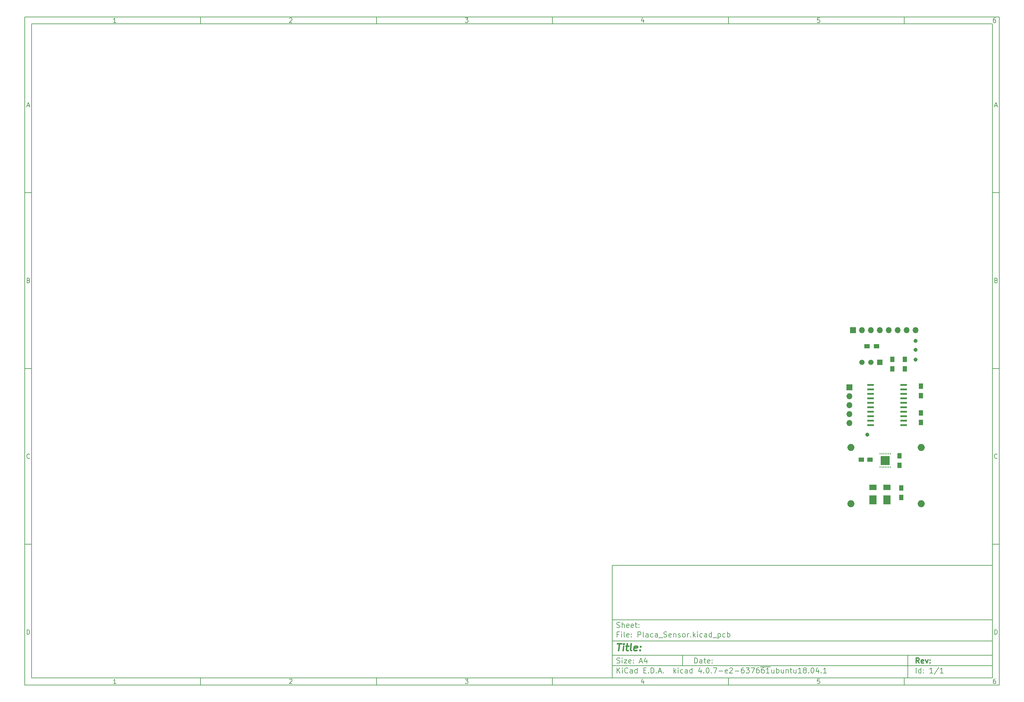
<source format=gbr>
G04 #@! TF.FileFunction,Soldermask,Top*
%FSLAX46Y46*%
G04 Gerber Fmt 4.6, Leading zero omitted, Abs format (unit mm)*
G04 Created by KiCad (PCBNEW 4.0.7-e2-6376~61~ubuntu18.04.1) date Wed Jul 10 20:30:17 2019*
%MOMM*%
%LPD*%
G01*
G04 APERTURE LIST*
%ADD10C,0.100000*%
%ADD11C,0.150000*%
%ADD12C,0.300000*%
%ADD13C,0.400000*%
%ADD14R,1.950000X0.600000*%
%ADD15O,2.000000X2.000000*%
%ADD16R,1.500000X1.250000*%
%ADD17R,2.000000X1.600000*%
%ADD18C,1.520000*%
%ADD19R,1.520000X1.520000*%
%ADD20R,1.700000X1.700000*%
%ADD21O,1.700000X1.700000*%
%ADD22C,1.143000*%
%ADD23R,1.300000X1.500000*%
%ADD24R,0.250000X0.600000*%
%ADD25R,2.600000X2.600000*%
%ADD26R,1.500000X1.300000*%
%ADD27R,2.000000X2.500000*%
G04 APERTURE END LIST*
D10*
D11*
X177002200Y-166007200D02*
X177002200Y-198007200D01*
X285002200Y-198007200D01*
X285002200Y-166007200D01*
X177002200Y-166007200D01*
D10*
D11*
X10000000Y-10000000D02*
X10000000Y-200007200D01*
X287002200Y-200007200D01*
X287002200Y-10000000D01*
X10000000Y-10000000D01*
D10*
D11*
X12000000Y-12000000D02*
X12000000Y-198007200D01*
X285002200Y-198007200D01*
X285002200Y-12000000D01*
X12000000Y-12000000D01*
D10*
D11*
X60000000Y-12000000D02*
X60000000Y-10000000D01*
D10*
D11*
X110000000Y-12000000D02*
X110000000Y-10000000D01*
D10*
D11*
X160000000Y-12000000D02*
X160000000Y-10000000D01*
D10*
D11*
X210000000Y-12000000D02*
X210000000Y-10000000D01*
D10*
D11*
X260000000Y-12000000D02*
X260000000Y-10000000D01*
D10*
D11*
X35990476Y-11588095D02*
X35247619Y-11588095D01*
X35619048Y-11588095D02*
X35619048Y-10288095D01*
X35495238Y-10473810D01*
X35371429Y-10597619D01*
X35247619Y-10659524D01*
D10*
D11*
X85247619Y-10411905D02*
X85309524Y-10350000D01*
X85433333Y-10288095D01*
X85742857Y-10288095D01*
X85866667Y-10350000D01*
X85928571Y-10411905D01*
X85990476Y-10535714D01*
X85990476Y-10659524D01*
X85928571Y-10845238D01*
X85185714Y-11588095D01*
X85990476Y-11588095D01*
D10*
D11*
X135185714Y-10288095D02*
X135990476Y-10288095D01*
X135557143Y-10783333D01*
X135742857Y-10783333D01*
X135866667Y-10845238D01*
X135928571Y-10907143D01*
X135990476Y-11030952D01*
X135990476Y-11340476D01*
X135928571Y-11464286D01*
X135866667Y-11526190D01*
X135742857Y-11588095D01*
X135371429Y-11588095D01*
X135247619Y-11526190D01*
X135185714Y-11464286D01*
D10*
D11*
X185866667Y-10721429D02*
X185866667Y-11588095D01*
X185557143Y-10226190D02*
X185247619Y-11154762D01*
X186052381Y-11154762D01*
D10*
D11*
X235928571Y-10288095D02*
X235309524Y-10288095D01*
X235247619Y-10907143D01*
X235309524Y-10845238D01*
X235433333Y-10783333D01*
X235742857Y-10783333D01*
X235866667Y-10845238D01*
X235928571Y-10907143D01*
X235990476Y-11030952D01*
X235990476Y-11340476D01*
X235928571Y-11464286D01*
X235866667Y-11526190D01*
X235742857Y-11588095D01*
X235433333Y-11588095D01*
X235309524Y-11526190D01*
X235247619Y-11464286D01*
D10*
D11*
X285866667Y-10288095D02*
X285619048Y-10288095D01*
X285495238Y-10350000D01*
X285433333Y-10411905D01*
X285309524Y-10597619D01*
X285247619Y-10845238D01*
X285247619Y-11340476D01*
X285309524Y-11464286D01*
X285371429Y-11526190D01*
X285495238Y-11588095D01*
X285742857Y-11588095D01*
X285866667Y-11526190D01*
X285928571Y-11464286D01*
X285990476Y-11340476D01*
X285990476Y-11030952D01*
X285928571Y-10907143D01*
X285866667Y-10845238D01*
X285742857Y-10783333D01*
X285495238Y-10783333D01*
X285371429Y-10845238D01*
X285309524Y-10907143D01*
X285247619Y-11030952D01*
D10*
D11*
X60000000Y-198007200D02*
X60000000Y-200007200D01*
D10*
D11*
X110000000Y-198007200D02*
X110000000Y-200007200D01*
D10*
D11*
X160000000Y-198007200D02*
X160000000Y-200007200D01*
D10*
D11*
X210000000Y-198007200D02*
X210000000Y-200007200D01*
D10*
D11*
X260000000Y-198007200D02*
X260000000Y-200007200D01*
D10*
D11*
X35990476Y-199595295D02*
X35247619Y-199595295D01*
X35619048Y-199595295D02*
X35619048Y-198295295D01*
X35495238Y-198481010D01*
X35371429Y-198604819D01*
X35247619Y-198666724D01*
D10*
D11*
X85247619Y-198419105D02*
X85309524Y-198357200D01*
X85433333Y-198295295D01*
X85742857Y-198295295D01*
X85866667Y-198357200D01*
X85928571Y-198419105D01*
X85990476Y-198542914D01*
X85990476Y-198666724D01*
X85928571Y-198852438D01*
X85185714Y-199595295D01*
X85990476Y-199595295D01*
D10*
D11*
X135185714Y-198295295D02*
X135990476Y-198295295D01*
X135557143Y-198790533D01*
X135742857Y-198790533D01*
X135866667Y-198852438D01*
X135928571Y-198914343D01*
X135990476Y-199038152D01*
X135990476Y-199347676D01*
X135928571Y-199471486D01*
X135866667Y-199533390D01*
X135742857Y-199595295D01*
X135371429Y-199595295D01*
X135247619Y-199533390D01*
X135185714Y-199471486D01*
D10*
D11*
X185866667Y-198728629D02*
X185866667Y-199595295D01*
X185557143Y-198233390D02*
X185247619Y-199161962D01*
X186052381Y-199161962D01*
D10*
D11*
X235928571Y-198295295D02*
X235309524Y-198295295D01*
X235247619Y-198914343D01*
X235309524Y-198852438D01*
X235433333Y-198790533D01*
X235742857Y-198790533D01*
X235866667Y-198852438D01*
X235928571Y-198914343D01*
X235990476Y-199038152D01*
X235990476Y-199347676D01*
X235928571Y-199471486D01*
X235866667Y-199533390D01*
X235742857Y-199595295D01*
X235433333Y-199595295D01*
X235309524Y-199533390D01*
X235247619Y-199471486D01*
D10*
D11*
X285866667Y-198295295D02*
X285619048Y-198295295D01*
X285495238Y-198357200D01*
X285433333Y-198419105D01*
X285309524Y-198604819D01*
X285247619Y-198852438D01*
X285247619Y-199347676D01*
X285309524Y-199471486D01*
X285371429Y-199533390D01*
X285495238Y-199595295D01*
X285742857Y-199595295D01*
X285866667Y-199533390D01*
X285928571Y-199471486D01*
X285990476Y-199347676D01*
X285990476Y-199038152D01*
X285928571Y-198914343D01*
X285866667Y-198852438D01*
X285742857Y-198790533D01*
X285495238Y-198790533D01*
X285371429Y-198852438D01*
X285309524Y-198914343D01*
X285247619Y-199038152D01*
D10*
D11*
X10000000Y-60000000D02*
X12000000Y-60000000D01*
D10*
D11*
X10000000Y-110000000D02*
X12000000Y-110000000D01*
D10*
D11*
X10000000Y-160000000D02*
X12000000Y-160000000D01*
D10*
D11*
X10690476Y-35216667D02*
X11309524Y-35216667D01*
X10566667Y-35588095D02*
X11000000Y-34288095D01*
X11433333Y-35588095D01*
D10*
D11*
X11092857Y-84907143D02*
X11278571Y-84969048D01*
X11340476Y-85030952D01*
X11402381Y-85154762D01*
X11402381Y-85340476D01*
X11340476Y-85464286D01*
X11278571Y-85526190D01*
X11154762Y-85588095D01*
X10659524Y-85588095D01*
X10659524Y-84288095D01*
X11092857Y-84288095D01*
X11216667Y-84350000D01*
X11278571Y-84411905D01*
X11340476Y-84535714D01*
X11340476Y-84659524D01*
X11278571Y-84783333D01*
X11216667Y-84845238D01*
X11092857Y-84907143D01*
X10659524Y-84907143D01*
D10*
D11*
X11402381Y-135464286D02*
X11340476Y-135526190D01*
X11154762Y-135588095D01*
X11030952Y-135588095D01*
X10845238Y-135526190D01*
X10721429Y-135402381D01*
X10659524Y-135278571D01*
X10597619Y-135030952D01*
X10597619Y-134845238D01*
X10659524Y-134597619D01*
X10721429Y-134473810D01*
X10845238Y-134350000D01*
X11030952Y-134288095D01*
X11154762Y-134288095D01*
X11340476Y-134350000D01*
X11402381Y-134411905D01*
D10*
D11*
X10659524Y-185588095D02*
X10659524Y-184288095D01*
X10969048Y-184288095D01*
X11154762Y-184350000D01*
X11278571Y-184473810D01*
X11340476Y-184597619D01*
X11402381Y-184845238D01*
X11402381Y-185030952D01*
X11340476Y-185278571D01*
X11278571Y-185402381D01*
X11154762Y-185526190D01*
X10969048Y-185588095D01*
X10659524Y-185588095D01*
D10*
D11*
X287002200Y-60000000D02*
X285002200Y-60000000D01*
D10*
D11*
X287002200Y-110000000D02*
X285002200Y-110000000D01*
D10*
D11*
X287002200Y-160000000D02*
X285002200Y-160000000D01*
D10*
D11*
X285692676Y-35216667D02*
X286311724Y-35216667D01*
X285568867Y-35588095D02*
X286002200Y-34288095D01*
X286435533Y-35588095D01*
D10*
D11*
X286095057Y-84907143D02*
X286280771Y-84969048D01*
X286342676Y-85030952D01*
X286404581Y-85154762D01*
X286404581Y-85340476D01*
X286342676Y-85464286D01*
X286280771Y-85526190D01*
X286156962Y-85588095D01*
X285661724Y-85588095D01*
X285661724Y-84288095D01*
X286095057Y-84288095D01*
X286218867Y-84350000D01*
X286280771Y-84411905D01*
X286342676Y-84535714D01*
X286342676Y-84659524D01*
X286280771Y-84783333D01*
X286218867Y-84845238D01*
X286095057Y-84907143D01*
X285661724Y-84907143D01*
D10*
D11*
X286404581Y-135464286D02*
X286342676Y-135526190D01*
X286156962Y-135588095D01*
X286033152Y-135588095D01*
X285847438Y-135526190D01*
X285723629Y-135402381D01*
X285661724Y-135278571D01*
X285599819Y-135030952D01*
X285599819Y-134845238D01*
X285661724Y-134597619D01*
X285723629Y-134473810D01*
X285847438Y-134350000D01*
X286033152Y-134288095D01*
X286156962Y-134288095D01*
X286342676Y-134350000D01*
X286404581Y-134411905D01*
D10*
D11*
X285661724Y-185588095D02*
X285661724Y-184288095D01*
X285971248Y-184288095D01*
X286156962Y-184350000D01*
X286280771Y-184473810D01*
X286342676Y-184597619D01*
X286404581Y-184845238D01*
X286404581Y-185030952D01*
X286342676Y-185278571D01*
X286280771Y-185402381D01*
X286156962Y-185526190D01*
X285971248Y-185588095D01*
X285661724Y-185588095D01*
D10*
D11*
X200359343Y-193785771D02*
X200359343Y-192285771D01*
X200716486Y-192285771D01*
X200930771Y-192357200D01*
X201073629Y-192500057D01*
X201145057Y-192642914D01*
X201216486Y-192928629D01*
X201216486Y-193142914D01*
X201145057Y-193428629D01*
X201073629Y-193571486D01*
X200930771Y-193714343D01*
X200716486Y-193785771D01*
X200359343Y-193785771D01*
X202502200Y-193785771D02*
X202502200Y-193000057D01*
X202430771Y-192857200D01*
X202287914Y-192785771D01*
X202002200Y-192785771D01*
X201859343Y-192857200D01*
X202502200Y-193714343D02*
X202359343Y-193785771D01*
X202002200Y-193785771D01*
X201859343Y-193714343D01*
X201787914Y-193571486D01*
X201787914Y-193428629D01*
X201859343Y-193285771D01*
X202002200Y-193214343D01*
X202359343Y-193214343D01*
X202502200Y-193142914D01*
X203002200Y-192785771D02*
X203573629Y-192785771D01*
X203216486Y-192285771D02*
X203216486Y-193571486D01*
X203287914Y-193714343D01*
X203430772Y-193785771D01*
X203573629Y-193785771D01*
X204645057Y-193714343D02*
X204502200Y-193785771D01*
X204216486Y-193785771D01*
X204073629Y-193714343D01*
X204002200Y-193571486D01*
X204002200Y-193000057D01*
X204073629Y-192857200D01*
X204216486Y-192785771D01*
X204502200Y-192785771D01*
X204645057Y-192857200D01*
X204716486Y-193000057D01*
X204716486Y-193142914D01*
X204002200Y-193285771D01*
X205359343Y-193642914D02*
X205430771Y-193714343D01*
X205359343Y-193785771D01*
X205287914Y-193714343D01*
X205359343Y-193642914D01*
X205359343Y-193785771D01*
X205359343Y-192857200D02*
X205430771Y-192928629D01*
X205359343Y-193000057D01*
X205287914Y-192928629D01*
X205359343Y-192857200D01*
X205359343Y-193000057D01*
D10*
D11*
X177002200Y-194507200D02*
X285002200Y-194507200D01*
D10*
D11*
X178359343Y-196585771D02*
X178359343Y-195085771D01*
X179216486Y-196585771D02*
X178573629Y-195728629D01*
X179216486Y-195085771D02*
X178359343Y-195942914D01*
X179859343Y-196585771D02*
X179859343Y-195585771D01*
X179859343Y-195085771D02*
X179787914Y-195157200D01*
X179859343Y-195228629D01*
X179930771Y-195157200D01*
X179859343Y-195085771D01*
X179859343Y-195228629D01*
X181430772Y-196442914D02*
X181359343Y-196514343D01*
X181145057Y-196585771D01*
X181002200Y-196585771D01*
X180787915Y-196514343D01*
X180645057Y-196371486D01*
X180573629Y-196228629D01*
X180502200Y-195942914D01*
X180502200Y-195728629D01*
X180573629Y-195442914D01*
X180645057Y-195300057D01*
X180787915Y-195157200D01*
X181002200Y-195085771D01*
X181145057Y-195085771D01*
X181359343Y-195157200D01*
X181430772Y-195228629D01*
X182716486Y-196585771D02*
X182716486Y-195800057D01*
X182645057Y-195657200D01*
X182502200Y-195585771D01*
X182216486Y-195585771D01*
X182073629Y-195657200D01*
X182716486Y-196514343D02*
X182573629Y-196585771D01*
X182216486Y-196585771D01*
X182073629Y-196514343D01*
X182002200Y-196371486D01*
X182002200Y-196228629D01*
X182073629Y-196085771D01*
X182216486Y-196014343D01*
X182573629Y-196014343D01*
X182716486Y-195942914D01*
X184073629Y-196585771D02*
X184073629Y-195085771D01*
X184073629Y-196514343D02*
X183930772Y-196585771D01*
X183645058Y-196585771D01*
X183502200Y-196514343D01*
X183430772Y-196442914D01*
X183359343Y-196300057D01*
X183359343Y-195871486D01*
X183430772Y-195728629D01*
X183502200Y-195657200D01*
X183645058Y-195585771D01*
X183930772Y-195585771D01*
X184073629Y-195657200D01*
X185930772Y-195800057D02*
X186430772Y-195800057D01*
X186645058Y-196585771D02*
X185930772Y-196585771D01*
X185930772Y-195085771D01*
X186645058Y-195085771D01*
X187287915Y-196442914D02*
X187359343Y-196514343D01*
X187287915Y-196585771D01*
X187216486Y-196514343D01*
X187287915Y-196442914D01*
X187287915Y-196585771D01*
X188002201Y-196585771D02*
X188002201Y-195085771D01*
X188359344Y-195085771D01*
X188573629Y-195157200D01*
X188716487Y-195300057D01*
X188787915Y-195442914D01*
X188859344Y-195728629D01*
X188859344Y-195942914D01*
X188787915Y-196228629D01*
X188716487Y-196371486D01*
X188573629Y-196514343D01*
X188359344Y-196585771D01*
X188002201Y-196585771D01*
X189502201Y-196442914D02*
X189573629Y-196514343D01*
X189502201Y-196585771D01*
X189430772Y-196514343D01*
X189502201Y-196442914D01*
X189502201Y-196585771D01*
X190145058Y-196157200D02*
X190859344Y-196157200D01*
X190002201Y-196585771D02*
X190502201Y-195085771D01*
X191002201Y-196585771D01*
X191502201Y-196442914D02*
X191573629Y-196514343D01*
X191502201Y-196585771D01*
X191430772Y-196514343D01*
X191502201Y-196442914D01*
X191502201Y-196585771D01*
X194502201Y-196585771D02*
X194502201Y-195085771D01*
X194645058Y-196014343D02*
X195073629Y-196585771D01*
X195073629Y-195585771D02*
X194502201Y-196157200D01*
X195716487Y-196585771D02*
X195716487Y-195585771D01*
X195716487Y-195085771D02*
X195645058Y-195157200D01*
X195716487Y-195228629D01*
X195787915Y-195157200D01*
X195716487Y-195085771D01*
X195716487Y-195228629D01*
X197073630Y-196514343D02*
X196930773Y-196585771D01*
X196645059Y-196585771D01*
X196502201Y-196514343D01*
X196430773Y-196442914D01*
X196359344Y-196300057D01*
X196359344Y-195871486D01*
X196430773Y-195728629D01*
X196502201Y-195657200D01*
X196645059Y-195585771D01*
X196930773Y-195585771D01*
X197073630Y-195657200D01*
X198359344Y-196585771D02*
X198359344Y-195800057D01*
X198287915Y-195657200D01*
X198145058Y-195585771D01*
X197859344Y-195585771D01*
X197716487Y-195657200D01*
X198359344Y-196514343D02*
X198216487Y-196585771D01*
X197859344Y-196585771D01*
X197716487Y-196514343D01*
X197645058Y-196371486D01*
X197645058Y-196228629D01*
X197716487Y-196085771D01*
X197859344Y-196014343D01*
X198216487Y-196014343D01*
X198359344Y-195942914D01*
X199716487Y-196585771D02*
X199716487Y-195085771D01*
X199716487Y-196514343D02*
X199573630Y-196585771D01*
X199287916Y-196585771D01*
X199145058Y-196514343D01*
X199073630Y-196442914D01*
X199002201Y-196300057D01*
X199002201Y-195871486D01*
X199073630Y-195728629D01*
X199145058Y-195657200D01*
X199287916Y-195585771D01*
X199573630Y-195585771D01*
X199716487Y-195657200D01*
X202216487Y-195585771D02*
X202216487Y-196585771D01*
X201859344Y-195014343D02*
X201502201Y-196085771D01*
X202430773Y-196085771D01*
X203002201Y-196442914D02*
X203073629Y-196514343D01*
X203002201Y-196585771D01*
X202930772Y-196514343D01*
X203002201Y-196442914D01*
X203002201Y-196585771D01*
X204002201Y-195085771D02*
X204145058Y-195085771D01*
X204287915Y-195157200D01*
X204359344Y-195228629D01*
X204430773Y-195371486D01*
X204502201Y-195657200D01*
X204502201Y-196014343D01*
X204430773Y-196300057D01*
X204359344Y-196442914D01*
X204287915Y-196514343D01*
X204145058Y-196585771D01*
X204002201Y-196585771D01*
X203859344Y-196514343D01*
X203787915Y-196442914D01*
X203716487Y-196300057D01*
X203645058Y-196014343D01*
X203645058Y-195657200D01*
X203716487Y-195371486D01*
X203787915Y-195228629D01*
X203859344Y-195157200D01*
X204002201Y-195085771D01*
X205145058Y-196442914D02*
X205216486Y-196514343D01*
X205145058Y-196585771D01*
X205073629Y-196514343D01*
X205145058Y-196442914D01*
X205145058Y-196585771D01*
X205716487Y-195085771D02*
X206716487Y-195085771D01*
X206073630Y-196585771D01*
X207287915Y-196014343D02*
X208430772Y-196014343D01*
X209716486Y-196514343D02*
X209573629Y-196585771D01*
X209287915Y-196585771D01*
X209145058Y-196514343D01*
X209073629Y-196371486D01*
X209073629Y-195800057D01*
X209145058Y-195657200D01*
X209287915Y-195585771D01*
X209573629Y-195585771D01*
X209716486Y-195657200D01*
X209787915Y-195800057D01*
X209787915Y-195942914D01*
X209073629Y-196085771D01*
X210359343Y-195228629D02*
X210430772Y-195157200D01*
X210573629Y-195085771D01*
X210930772Y-195085771D01*
X211073629Y-195157200D01*
X211145058Y-195228629D01*
X211216486Y-195371486D01*
X211216486Y-195514343D01*
X211145058Y-195728629D01*
X210287915Y-196585771D01*
X211216486Y-196585771D01*
X211859343Y-196014343D02*
X213002200Y-196014343D01*
X214359343Y-195085771D02*
X214073629Y-195085771D01*
X213930772Y-195157200D01*
X213859343Y-195228629D01*
X213716486Y-195442914D01*
X213645057Y-195728629D01*
X213645057Y-196300057D01*
X213716486Y-196442914D01*
X213787914Y-196514343D01*
X213930772Y-196585771D01*
X214216486Y-196585771D01*
X214359343Y-196514343D01*
X214430772Y-196442914D01*
X214502200Y-196300057D01*
X214502200Y-195942914D01*
X214430772Y-195800057D01*
X214359343Y-195728629D01*
X214216486Y-195657200D01*
X213930772Y-195657200D01*
X213787914Y-195728629D01*
X213716486Y-195800057D01*
X213645057Y-195942914D01*
X215002200Y-195085771D02*
X215930771Y-195085771D01*
X215430771Y-195657200D01*
X215645057Y-195657200D01*
X215787914Y-195728629D01*
X215859343Y-195800057D01*
X215930771Y-195942914D01*
X215930771Y-196300057D01*
X215859343Y-196442914D01*
X215787914Y-196514343D01*
X215645057Y-196585771D01*
X215216485Y-196585771D01*
X215073628Y-196514343D01*
X215002200Y-196442914D01*
X216430771Y-195085771D02*
X217430771Y-195085771D01*
X216787914Y-196585771D01*
X218645056Y-195085771D02*
X218359342Y-195085771D01*
X218216485Y-195157200D01*
X218145056Y-195228629D01*
X218002199Y-195442914D01*
X217930770Y-195728629D01*
X217930770Y-196300057D01*
X218002199Y-196442914D01*
X218073627Y-196514343D01*
X218216485Y-196585771D01*
X218502199Y-196585771D01*
X218645056Y-196514343D01*
X218716485Y-196442914D01*
X218787913Y-196300057D01*
X218787913Y-195942914D01*
X218716485Y-195800057D01*
X218645056Y-195728629D01*
X218502199Y-195657200D01*
X218216485Y-195657200D01*
X218073627Y-195728629D01*
X218002199Y-195800057D01*
X217930770Y-195942914D01*
X220073627Y-195085771D02*
X219787913Y-195085771D01*
X219645056Y-195157200D01*
X219573627Y-195228629D01*
X219430770Y-195442914D01*
X219359341Y-195728629D01*
X219359341Y-196300057D01*
X219430770Y-196442914D01*
X219502198Y-196514343D01*
X219645056Y-196585771D01*
X219930770Y-196585771D01*
X220073627Y-196514343D01*
X220145056Y-196442914D01*
X220216484Y-196300057D01*
X220216484Y-195942914D01*
X220145056Y-195800057D01*
X220073627Y-195728629D01*
X219930770Y-195657200D01*
X219645056Y-195657200D01*
X219502198Y-195728629D01*
X219430770Y-195800057D01*
X219359341Y-195942914D01*
X221645055Y-196585771D02*
X220787912Y-196585771D01*
X221216484Y-196585771D02*
X221216484Y-195085771D01*
X221073627Y-195300057D01*
X220930769Y-195442914D01*
X220787912Y-195514343D01*
X219073627Y-194827200D02*
X221930769Y-194827200D01*
X222930769Y-195585771D02*
X222930769Y-196585771D01*
X222287912Y-195585771D02*
X222287912Y-196371486D01*
X222359340Y-196514343D01*
X222502198Y-196585771D01*
X222716483Y-196585771D01*
X222859340Y-196514343D01*
X222930769Y-196442914D01*
X223645055Y-196585771D02*
X223645055Y-195085771D01*
X223645055Y-195657200D02*
X223787912Y-195585771D01*
X224073626Y-195585771D01*
X224216483Y-195657200D01*
X224287912Y-195728629D01*
X224359341Y-195871486D01*
X224359341Y-196300057D01*
X224287912Y-196442914D01*
X224216483Y-196514343D01*
X224073626Y-196585771D01*
X223787912Y-196585771D01*
X223645055Y-196514343D01*
X225645055Y-195585771D02*
X225645055Y-196585771D01*
X225002198Y-195585771D02*
X225002198Y-196371486D01*
X225073626Y-196514343D01*
X225216484Y-196585771D01*
X225430769Y-196585771D01*
X225573626Y-196514343D01*
X225645055Y-196442914D01*
X226359341Y-195585771D02*
X226359341Y-196585771D01*
X226359341Y-195728629D02*
X226430769Y-195657200D01*
X226573627Y-195585771D01*
X226787912Y-195585771D01*
X226930769Y-195657200D01*
X227002198Y-195800057D01*
X227002198Y-196585771D01*
X227502198Y-195585771D02*
X228073627Y-195585771D01*
X227716484Y-195085771D02*
X227716484Y-196371486D01*
X227787912Y-196514343D01*
X227930770Y-196585771D01*
X228073627Y-196585771D01*
X229216484Y-195585771D02*
X229216484Y-196585771D01*
X228573627Y-195585771D02*
X228573627Y-196371486D01*
X228645055Y-196514343D01*
X228787913Y-196585771D01*
X229002198Y-196585771D01*
X229145055Y-196514343D01*
X229216484Y-196442914D01*
X230716484Y-196585771D02*
X229859341Y-196585771D01*
X230287913Y-196585771D02*
X230287913Y-195085771D01*
X230145056Y-195300057D01*
X230002198Y-195442914D01*
X229859341Y-195514343D01*
X231573627Y-195728629D02*
X231430769Y-195657200D01*
X231359341Y-195585771D01*
X231287912Y-195442914D01*
X231287912Y-195371486D01*
X231359341Y-195228629D01*
X231430769Y-195157200D01*
X231573627Y-195085771D01*
X231859341Y-195085771D01*
X232002198Y-195157200D01*
X232073627Y-195228629D01*
X232145055Y-195371486D01*
X232145055Y-195442914D01*
X232073627Y-195585771D01*
X232002198Y-195657200D01*
X231859341Y-195728629D01*
X231573627Y-195728629D01*
X231430769Y-195800057D01*
X231359341Y-195871486D01*
X231287912Y-196014343D01*
X231287912Y-196300057D01*
X231359341Y-196442914D01*
X231430769Y-196514343D01*
X231573627Y-196585771D01*
X231859341Y-196585771D01*
X232002198Y-196514343D01*
X232073627Y-196442914D01*
X232145055Y-196300057D01*
X232145055Y-196014343D01*
X232073627Y-195871486D01*
X232002198Y-195800057D01*
X231859341Y-195728629D01*
X232787912Y-196442914D02*
X232859340Y-196514343D01*
X232787912Y-196585771D01*
X232716483Y-196514343D01*
X232787912Y-196442914D01*
X232787912Y-196585771D01*
X233787912Y-195085771D02*
X233930769Y-195085771D01*
X234073626Y-195157200D01*
X234145055Y-195228629D01*
X234216484Y-195371486D01*
X234287912Y-195657200D01*
X234287912Y-196014343D01*
X234216484Y-196300057D01*
X234145055Y-196442914D01*
X234073626Y-196514343D01*
X233930769Y-196585771D01*
X233787912Y-196585771D01*
X233645055Y-196514343D01*
X233573626Y-196442914D01*
X233502198Y-196300057D01*
X233430769Y-196014343D01*
X233430769Y-195657200D01*
X233502198Y-195371486D01*
X233573626Y-195228629D01*
X233645055Y-195157200D01*
X233787912Y-195085771D01*
X235573626Y-195585771D02*
X235573626Y-196585771D01*
X235216483Y-195014343D02*
X234859340Y-196085771D01*
X235787912Y-196085771D01*
X236359340Y-196442914D02*
X236430768Y-196514343D01*
X236359340Y-196585771D01*
X236287911Y-196514343D01*
X236359340Y-196442914D01*
X236359340Y-196585771D01*
X237859340Y-196585771D02*
X237002197Y-196585771D01*
X237430769Y-196585771D02*
X237430769Y-195085771D01*
X237287912Y-195300057D01*
X237145054Y-195442914D01*
X237002197Y-195514343D01*
D10*
D11*
X177002200Y-191507200D02*
X285002200Y-191507200D01*
D10*
D12*
X264216486Y-193785771D02*
X263716486Y-193071486D01*
X263359343Y-193785771D02*
X263359343Y-192285771D01*
X263930771Y-192285771D01*
X264073629Y-192357200D01*
X264145057Y-192428629D01*
X264216486Y-192571486D01*
X264216486Y-192785771D01*
X264145057Y-192928629D01*
X264073629Y-193000057D01*
X263930771Y-193071486D01*
X263359343Y-193071486D01*
X265430771Y-193714343D02*
X265287914Y-193785771D01*
X265002200Y-193785771D01*
X264859343Y-193714343D01*
X264787914Y-193571486D01*
X264787914Y-193000057D01*
X264859343Y-192857200D01*
X265002200Y-192785771D01*
X265287914Y-192785771D01*
X265430771Y-192857200D01*
X265502200Y-193000057D01*
X265502200Y-193142914D01*
X264787914Y-193285771D01*
X266002200Y-192785771D02*
X266359343Y-193785771D01*
X266716485Y-192785771D01*
X267287914Y-193642914D02*
X267359342Y-193714343D01*
X267287914Y-193785771D01*
X267216485Y-193714343D01*
X267287914Y-193642914D01*
X267287914Y-193785771D01*
X267287914Y-192857200D02*
X267359342Y-192928629D01*
X267287914Y-193000057D01*
X267216485Y-192928629D01*
X267287914Y-192857200D01*
X267287914Y-193000057D01*
D10*
D11*
X178287914Y-193714343D02*
X178502200Y-193785771D01*
X178859343Y-193785771D01*
X179002200Y-193714343D01*
X179073629Y-193642914D01*
X179145057Y-193500057D01*
X179145057Y-193357200D01*
X179073629Y-193214343D01*
X179002200Y-193142914D01*
X178859343Y-193071486D01*
X178573629Y-193000057D01*
X178430771Y-192928629D01*
X178359343Y-192857200D01*
X178287914Y-192714343D01*
X178287914Y-192571486D01*
X178359343Y-192428629D01*
X178430771Y-192357200D01*
X178573629Y-192285771D01*
X178930771Y-192285771D01*
X179145057Y-192357200D01*
X179787914Y-193785771D02*
X179787914Y-192785771D01*
X179787914Y-192285771D02*
X179716485Y-192357200D01*
X179787914Y-192428629D01*
X179859342Y-192357200D01*
X179787914Y-192285771D01*
X179787914Y-192428629D01*
X180359343Y-192785771D02*
X181145057Y-192785771D01*
X180359343Y-193785771D01*
X181145057Y-193785771D01*
X182287914Y-193714343D02*
X182145057Y-193785771D01*
X181859343Y-193785771D01*
X181716486Y-193714343D01*
X181645057Y-193571486D01*
X181645057Y-193000057D01*
X181716486Y-192857200D01*
X181859343Y-192785771D01*
X182145057Y-192785771D01*
X182287914Y-192857200D01*
X182359343Y-193000057D01*
X182359343Y-193142914D01*
X181645057Y-193285771D01*
X183002200Y-193642914D02*
X183073628Y-193714343D01*
X183002200Y-193785771D01*
X182930771Y-193714343D01*
X183002200Y-193642914D01*
X183002200Y-193785771D01*
X183002200Y-192857200D02*
X183073628Y-192928629D01*
X183002200Y-193000057D01*
X182930771Y-192928629D01*
X183002200Y-192857200D01*
X183002200Y-193000057D01*
X184787914Y-193357200D02*
X185502200Y-193357200D01*
X184645057Y-193785771D02*
X185145057Y-192285771D01*
X185645057Y-193785771D01*
X186787914Y-192785771D02*
X186787914Y-193785771D01*
X186430771Y-192214343D02*
X186073628Y-193285771D01*
X187002200Y-193285771D01*
D10*
D11*
X263359343Y-196585771D02*
X263359343Y-195085771D01*
X264716486Y-196585771D02*
X264716486Y-195085771D01*
X264716486Y-196514343D02*
X264573629Y-196585771D01*
X264287915Y-196585771D01*
X264145057Y-196514343D01*
X264073629Y-196442914D01*
X264002200Y-196300057D01*
X264002200Y-195871486D01*
X264073629Y-195728629D01*
X264145057Y-195657200D01*
X264287915Y-195585771D01*
X264573629Y-195585771D01*
X264716486Y-195657200D01*
X265430772Y-196442914D02*
X265502200Y-196514343D01*
X265430772Y-196585771D01*
X265359343Y-196514343D01*
X265430772Y-196442914D01*
X265430772Y-196585771D01*
X265430772Y-195657200D02*
X265502200Y-195728629D01*
X265430772Y-195800057D01*
X265359343Y-195728629D01*
X265430772Y-195657200D01*
X265430772Y-195800057D01*
X268073629Y-196585771D02*
X267216486Y-196585771D01*
X267645058Y-196585771D02*
X267645058Y-195085771D01*
X267502201Y-195300057D01*
X267359343Y-195442914D01*
X267216486Y-195514343D01*
X269787914Y-195014343D02*
X268502200Y-196942914D01*
X271073629Y-196585771D02*
X270216486Y-196585771D01*
X270645058Y-196585771D02*
X270645058Y-195085771D01*
X270502201Y-195300057D01*
X270359343Y-195442914D01*
X270216486Y-195514343D01*
D10*
D11*
X177002200Y-187507200D02*
X285002200Y-187507200D01*
D10*
D13*
X178454581Y-188211962D02*
X179597438Y-188211962D01*
X178776010Y-190211962D02*
X179026010Y-188211962D01*
X180014105Y-190211962D02*
X180180771Y-188878629D01*
X180264105Y-188211962D02*
X180156962Y-188307200D01*
X180240295Y-188402438D01*
X180347439Y-188307200D01*
X180264105Y-188211962D01*
X180240295Y-188402438D01*
X180847438Y-188878629D02*
X181609343Y-188878629D01*
X181216486Y-188211962D02*
X181002200Y-189926248D01*
X181073630Y-190116724D01*
X181252201Y-190211962D01*
X181442677Y-190211962D01*
X182395058Y-190211962D02*
X182216487Y-190116724D01*
X182145057Y-189926248D01*
X182359343Y-188211962D01*
X183930772Y-190116724D02*
X183728391Y-190211962D01*
X183347439Y-190211962D01*
X183168867Y-190116724D01*
X183097438Y-189926248D01*
X183192676Y-189164343D01*
X183311724Y-188973867D01*
X183514105Y-188878629D01*
X183895057Y-188878629D01*
X184073629Y-188973867D01*
X184145057Y-189164343D01*
X184121248Y-189354819D01*
X183145057Y-189545295D01*
X184895057Y-190021486D02*
X184978392Y-190116724D01*
X184871248Y-190211962D01*
X184787915Y-190116724D01*
X184895057Y-190021486D01*
X184871248Y-190211962D01*
X185026010Y-188973867D02*
X185109344Y-189069105D01*
X185002200Y-189164343D01*
X184918867Y-189069105D01*
X185026010Y-188973867D01*
X185002200Y-189164343D01*
D10*
D11*
X178859343Y-185600057D02*
X178359343Y-185600057D01*
X178359343Y-186385771D02*
X178359343Y-184885771D01*
X179073629Y-184885771D01*
X179645057Y-186385771D02*
X179645057Y-185385771D01*
X179645057Y-184885771D02*
X179573628Y-184957200D01*
X179645057Y-185028629D01*
X179716485Y-184957200D01*
X179645057Y-184885771D01*
X179645057Y-185028629D01*
X180573629Y-186385771D02*
X180430771Y-186314343D01*
X180359343Y-186171486D01*
X180359343Y-184885771D01*
X181716485Y-186314343D02*
X181573628Y-186385771D01*
X181287914Y-186385771D01*
X181145057Y-186314343D01*
X181073628Y-186171486D01*
X181073628Y-185600057D01*
X181145057Y-185457200D01*
X181287914Y-185385771D01*
X181573628Y-185385771D01*
X181716485Y-185457200D01*
X181787914Y-185600057D01*
X181787914Y-185742914D01*
X181073628Y-185885771D01*
X182430771Y-186242914D02*
X182502199Y-186314343D01*
X182430771Y-186385771D01*
X182359342Y-186314343D01*
X182430771Y-186242914D01*
X182430771Y-186385771D01*
X182430771Y-185457200D02*
X182502199Y-185528629D01*
X182430771Y-185600057D01*
X182359342Y-185528629D01*
X182430771Y-185457200D01*
X182430771Y-185600057D01*
X184287914Y-186385771D02*
X184287914Y-184885771D01*
X184859342Y-184885771D01*
X185002200Y-184957200D01*
X185073628Y-185028629D01*
X185145057Y-185171486D01*
X185145057Y-185385771D01*
X185073628Y-185528629D01*
X185002200Y-185600057D01*
X184859342Y-185671486D01*
X184287914Y-185671486D01*
X186002200Y-186385771D02*
X185859342Y-186314343D01*
X185787914Y-186171486D01*
X185787914Y-184885771D01*
X187216485Y-186385771D02*
X187216485Y-185600057D01*
X187145056Y-185457200D01*
X187002199Y-185385771D01*
X186716485Y-185385771D01*
X186573628Y-185457200D01*
X187216485Y-186314343D02*
X187073628Y-186385771D01*
X186716485Y-186385771D01*
X186573628Y-186314343D01*
X186502199Y-186171486D01*
X186502199Y-186028629D01*
X186573628Y-185885771D01*
X186716485Y-185814343D01*
X187073628Y-185814343D01*
X187216485Y-185742914D01*
X188573628Y-186314343D02*
X188430771Y-186385771D01*
X188145057Y-186385771D01*
X188002199Y-186314343D01*
X187930771Y-186242914D01*
X187859342Y-186100057D01*
X187859342Y-185671486D01*
X187930771Y-185528629D01*
X188002199Y-185457200D01*
X188145057Y-185385771D01*
X188430771Y-185385771D01*
X188573628Y-185457200D01*
X189859342Y-186385771D02*
X189859342Y-185600057D01*
X189787913Y-185457200D01*
X189645056Y-185385771D01*
X189359342Y-185385771D01*
X189216485Y-185457200D01*
X189859342Y-186314343D02*
X189716485Y-186385771D01*
X189359342Y-186385771D01*
X189216485Y-186314343D01*
X189145056Y-186171486D01*
X189145056Y-186028629D01*
X189216485Y-185885771D01*
X189359342Y-185814343D01*
X189716485Y-185814343D01*
X189859342Y-185742914D01*
X190216485Y-186528629D02*
X191359342Y-186528629D01*
X191645056Y-186314343D02*
X191859342Y-186385771D01*
X192216485Y-186385771D01*
X192359342Y-186314343D01*
X192430771Y-186242914D01*
X192502199Y-186100057D01*
X192502199Y-185957200D01*
X192430771Y-185814343D01*
X192359342Y-185742914D01*
X192216485Y-185671486D01*
X191930771Y-185600057D01*
X191787913Y-185528629D01*
X191716485Y-185457200D01*
X191645056Y-185314343D01*
X191645056Y-185171486D01*
X191716485Y-185028629D01*
X191787913Y-184957200D01*
X191930771Y-184885771D01*
X192287913Y-184885771D01*
X192502199Y-184957200D01*
X193716484Y-186314343D02*
X193573627Y-186385771D01*
X193287913Y-186385771D01*
X193145056Y-186314343D01*
X193073627Y-186171486D01*
X193073627Y-185600057D01*
X193145056Y-185457200D01*
X193287913Y-185385771D01*
X193573627Y-185385771D01*
X193716484Y-185457200D01*
X193787913Y-185600057D01*
X193787913Y-185742914D01*
X193073627Y-185885771D01*
X194430770Y-185385771D02*
X194430770Y-186385771D01*
X194430770Y-185528629D02*
X194502198Y-185457200D01*
X194645056Y-185385771D01*
X194859341Y-185385771D01*
X195002198Y-185457200D01*
X195073627Y-185600057D01*
X195073627Y-186385771D01*
X195716484Y-186314343D02*
X195859341Y-186385771D01*
X196145056Y-186385771D01*
X196287913Y-186314343D01*
X196359341Y-186171486D01*
X196359341Y-186100057D01*
X196287913Y-185957200D01*
X196145056Y-185885771D01*
X195930770Y-185885771D01*
X195787913Y-185814343D01*
X195716484Y-185671486D01*
X195716484Y-185600057D01*
X195787913Y-185457200D01*
X195930770Y-185385771D01*
X196145056Y-185385771D01*
X196287913Y-185457200D01*
X197216485Y-186385771D02*
X197073627Y-186314343D01*
X197002199Y-186242914D01*
X196930770Y-186100057D01*
X196930770Y-185671486D01*
X197002199Y-185528629D01*
X197073627Y-185457200D01*
X197216485Y-185385771D01*
X197430770Y-185385771D01*
X197573627Y-185457200D01*
X197645056Y-185528629D01*
X197716485Y-185671486D01*
X197716485Y-186100057D01*
X197645056Y-186242914D01*
X197573627Y-186314343D01*
X197430770Y-186385771D01*
X197216485Y-186385771D01*
X198359342Y-186385771D02*
X198359342Y-185385771D01*
X198359342Y-185671486D02*
X198430770Y-185528629D01*
X198502199Y-185457200D01*
X198645056Y-185385771D01*
X198787913Y-185385771D01*
X199287913Y-186242914D02*
X199359341Y-186314343D01*
X199287913Y-186385771D01*
X199216484Y-186314343D01*
X199287913Y-186242914D01*
X199287913Y-186385771D01*
X200002199Y-186385771D02*
X200002199Y-184885771D01*
X200145056Y-185814343D02*
X200573627Y-186385771D01*
X200573627Y-185385771D02*
X200002199Y-185957200D01*
X201216485Y-186385771D02*
X201216485Y-185385771D01*
X201216485Y-184885771D02*
X201145056Y-184957200D01*
X201216485Y-185028629D01*
X201287913Y-184957200D01*
X201216485Y-184885771D01*
X201216485Y-185028629D01*
X202573628Y-186314343D02*
X202430771Y-186385771D01*
X202145057Y-186385771D01*
X202002199Y-186314343D01*
X201930771Y-186242914D01*
X201859342Y-186100057D01*
X201859342Y-185671486D01*
X201930771Y-185528629D01*
X202002199Y-185457200D01*
X202145057Y-185385771D01*
X202430771Y-185385771D01*
X202573628Y-185457200D01*
X203859342Y-186385771D02*
X203859342Y-185600057D01*
X203787913Y-185457200D01*
X203645056Y-185385771D01*
X203359342Y-185385771D01*
X203216485Y-185457200D01*
X203859342Y-186314343D02*
X203716485Y-186385771D01*
X203359342Y-186385771D01*
X203216485Y-186314343D01*
X203145056Y-186171486D01*
X203145056Y-186028629D01*
X203216485Y-185885771D01*
X203359342Y-185814343D01*
X203716485Y-185814343D01*
X203859342Y-185742914D01*
X205216485Y-186385771D02*
X205216485Y-184885771D01*
X205216485Y-186314343D02*
X205073628Y-186385771D01*
X204787914Y-186385771D01*
X204645056Y-186314343D01*
X204573628Y-186242914D01*
X204502199Y-186100057D01*
X204502199Y-185671486D01*
X204573628Y-185528629D01*
X204645056Y-185457200D01*
X204787914Y-185385771D01*
X205073628Y-185385771D01*
X205216485Y-185457200D01*
X205573628Y-186528629D02*
X206716485Y-186528629D01*
X207073628Y-185385771D02*
X207073628Y-186885771D01*
X207073628Y-185457200D02*
X207216485Y-185385771D01*
X207502199Y-185385771D01*
X207645056Y-185457200D01*
X207716485Y-185528629D01*
X207787914Y-185671486D01*
X207787914Y-186100057D01*
X207716485Y-186242914D01*
X207645056Y-186314343D01*
X207502199Y-186385771D01*
X207216485Y-186385771D01*
X207073628Y-186314343D01*
X209073628Y-186314343D02*
X208930771Y-186385771D01*
X208645057Y-186385771D01*
X208502199Y-186314343D01*
X208430771Y-186242914D01*
X208359342Y-186100057D01*
X208359342Y-185671486D01*
X208430771Y-185528629D01*
X208502199Y-185457200D01*
X208645057Y-185385771D01*
X208930771Y-185385771D01*
X209073628Y-185457200D01*
X209716485Y-186385771D02*
X209716485Y-184885771D01*
X209716485Y-185457200D02*
X209859342Y-185385771D01*
X210145056Y-185385771D01*
X210287913Y-185457200D01*
X210359342Y-185528629D01*
X210430771Y-185671486D01*
X210430771Y-186100057D01*
X210359342Y-186242914D01*
X210287913Y-186314343D01*
X210145056Y-186385771D01*
X209859342Y-186385771D01*
X209716485Y-186314343D01*
D10*
D11*
X177002200Y-181507200D02*
X285002200Y-181507200D01*
D10*
D11*
X178287914Y-183614343D02*
X178502200Y-183685771D01*
X178859343Y-183685771D01*
X179002200Y-183614343D01*
X179073629Y-183542914D01*
X179145057Y-183400057D01*
X179145057Y-183257200D01*
X179073629Y-183114343D01*
X179002200Y-183042914D01*
X178859343Y-182971486D01*
X178573629Y-182900057D01*
X178430771Y-182828629D01*
X178359343Y-182757200D01*
X178287914Y-182614343D01*
X178287914Y-182471486D01*
X178359343Y-182328629D01*
X178430771Y-182257200D01*
X178573629Y-182185771D01*
X178930771Y-182185771D01*
X179145057Y-182257200D01*
X179787914Y-183685771D02*
X179787914Y-182185771D01*
X180430771Y-183685771D02*
X180430771Y-182900057D01*
X180359342Y-182757200D01*
X180216485Y-182685771D01*
X180002200Y-182685771D01*
X179859342Y-182757200D01*
X179787914Y-182828629D01*
X181716485Y-183614343D02*
X181573628Y-183685771D01*
X181287914Y-183685771D01*
X181145057Y-183614343D01*
X181073628Y-183471486D01*
X181073628Y-182900057D01*
X181145057Y-182757200D01*
X181287914Y-182685771D01*
X181573628Y-182685771D01*
X181716485Y-182757200D01*
X181787914Y-182900057D01*
X181787914Y-183042914D01*
X181073628Y-183185771D01*
X183002199Y-183614343D02*
X182859342Y-183685771D01*
X182573628Y-183685771D01*
X182430771Y-183614343D01*
X182359342Y-183471486D01*
X182359342Y-182900057D01*
X182430771Y-182757200D01*
X182573628Y-182685771D01*
X182859342Y-182685771D01*
X183002199Y-182757200D01*
X183073628Y-182900057D01*
X183073628Y-183042914D01*
X182359342Y-183185771D01*
X183502199Y-182685771D02*
X184073628Y-182685771D01*
X183716485Y-182185771D02*
X183716485Y-183471486D01*
X183787913Y-183614343D01*
X183930771Y-183685771D01*
X184073628Y-183685771D01*
X184573628Y-183542914D02*
X184645056Y-183614343D01*
X184573628Y-183685771D01*
X184502199Y-183614343D01*
X184573628Y-183542914D01*
X184573628Y-183685771D01*
X184573628Y-182757200D02*
X184645056Y-182828629D01*
X184573628Y-182900057D01*
X184502199Y-182828629D01*
X184573628Y-182757200D01*
X184573628Y-182900057D01*
D10*
D11*
X197002200Y-191507200D02*
X197002200Y-194507200D01*
D10*
D11*
X261002200Y-191507200D02*
X261002200Y-198007200D01*
D14*
X259779500Y-126111000D03*
X259779500Y-124841000D03*
X259779500Y-123571000D03*
X259779500Y-122301000D03*
X259779500Y-121031000D03*
X259779500Y-119761000D03*
X259779500Y-118491000D03*
X259779500Y-117221000D03*
X259779500Y-115951000D03*
X259779500Y-114681000D03*
X250379500Y-114681000D03*
X250379500Y-115951000D03*
X250379500Y-117221000D03*
X250379500Y-118491000D03*
X250379500Y-119761000D03*
X250379500Y-121031000D03*
X250379500Y-122301000D03*
X250379500Y-123571000D03*
X250379500Y-124841000D03*
X250379500Y-126111000D03*
D15*
X244825500Y-148462000D03*
X244825500Y-132462000D03*
X264825500Y-132462000D03*
X264825500Y-148462000D03*
D16*
X250233500Y-135890000D03*
X247733500Y-135890000D03*
D17*
X255047500Y-143764000D03*
X251047500Y-143764000D03*
D18*
X250507500Y-108204000D03*
X247967500Y-108204000D03*
D19*
X253047500Y-108204000D03*
D20*
X244411500Y-115316000D03*
D21*
X244411500Y-117856000D03*
X244411500Y-120396000D03*
X244411500Y-122936000D03*
X244411500Y-125476000D03*
D22*
X249491500Y-128778000D03*
X263207500Y-102108000D03*
X263207500Y-107442000D03*
D23*
X260159500Y-107362000D03*
X260159500Y-110062000D03*
X256603500Y-107362000D03*
X256603500Y-110062000D03*
X264731500Y-122602000D03*
X264731500Y-125302000D03*
X258635500Y-134794000D03*
X258635500Y-137494000D03*
X264731500Y-114982000D03*
X264731500Y-117682000D03*
D24*
X256071500Y-138044000D03*
X255571500Y-138044000D03*
X255071500Y-138044000D03*
X254571500Y-138044000D03*
X254071500Y-138044000D03*
X253571500Y-138044000D03*
X253071500Y-138044000D03*
X253071500Y-134244000D03*
X253571500Y-134244000D03*
X254071500Y-134244000D03*
X254571500Y-134244000D03*
X255071500Y-134244000D03*
X255571500Y-134244000D03*
X256071500Y-134244000D03*
D25*
X254571500Y-136169000D03*
D26*
X252111500Y-103632000D03*
X249411500Y-103632000D03*
D20*
X245427500Y-99060000D03*
D21*
X247967500Y-99060000D03*
X250507500Y-99060000D03*
X253047500Y-99060000D03*
X255587500Y-99060000D03*
X258127500Y-99060000D03*
X260667500Y-99060000D03*
X263207500Y-99060000D03*
D23*
X259143500Y-146638000D03*
X259143500Y-143938000D03*
D27*
X255047500Y-147320000D03*
X251047500Y-147320000D03*
D22*
X263207500Y-104648000D03*
M02*

</source>
